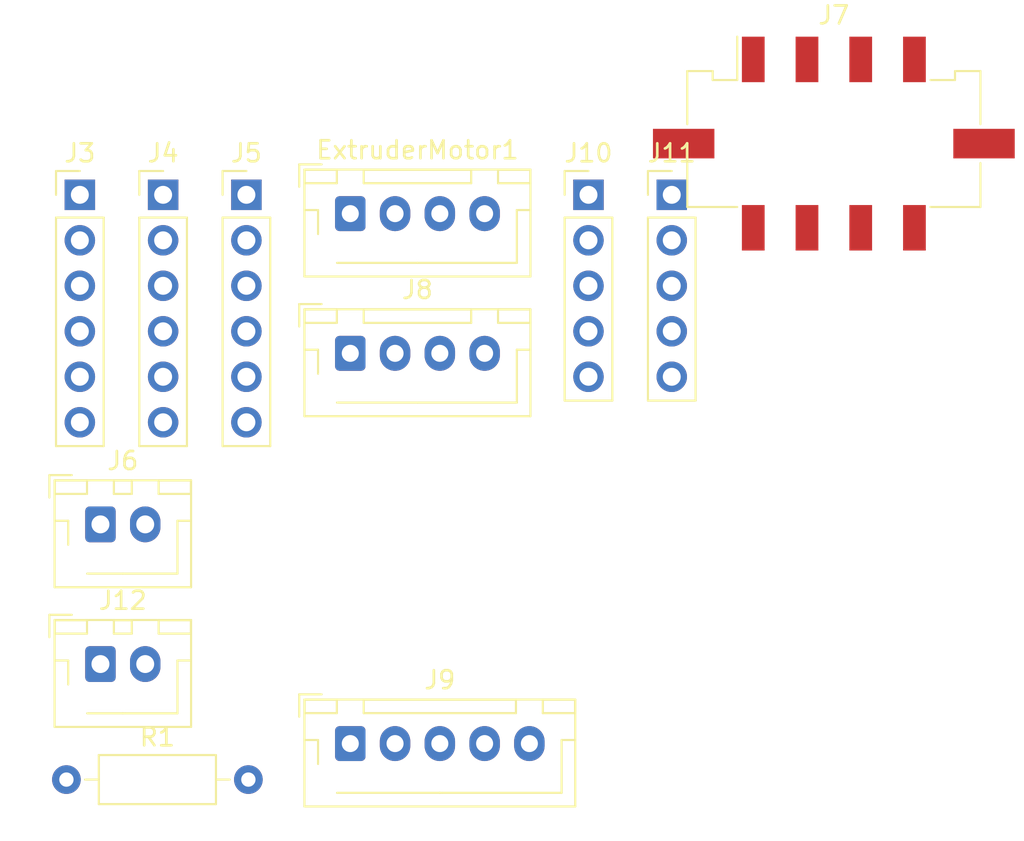
<source format=kicad_pcb>
(kicad_pcb (version 20241229) (generator "pcbnew") (generator_version "9.0")
  (layers (0 "F.Cu" signal) (2 "B.Cu" signal) (13 "F.Paste" user) (15 "B.Paste" user) (5 "F.SilkS" user "F.Silkscreen") (7 "B.SilkS" user "B.Silkscreen") (1 "F.Mask" user) (3 "B.Mask" user) (25 "Edge.Cuts" user))
  (net 0 "")
  (net 1 "/COIL-A2")
  (net 2 "/COIL-B1")
  (net 3 "/COIL-B2")
  (net 4 "/COIL-A1")
  (net 5 "/HT_CT")
  (net 6 "/SFS_SW")
  (net 7 "/BL_SV")
  (net 8 "/EXF_PWM")
  (net 9 "/BL_PR")
  (net 10 "/PCF_PWM")
  (net 11 "/THM_SG")
  (net 12 "/EXF_SG")
  (net 13 "/SFS_OP")
  (net 14 "/D-")
  (net 15 "/D+")
  (net 16 "/PCF_SG")
  (net 17 "/GND_LV")
  (net 18 "/5V")
  (net 19 "/3V3")
  (net 20 "/GND")
  (net 21 "/24v")
  (net 22 "/24V")
  (net 24 "Net-(D1-A)")
  (net 25 "Net-(D1-K)")
  (net 26 "Net-(Q1-G)")
  (footprint "Connector_PinHeader_2.54mm:PinHeader_1x05_P2.54mm_Vertical" (layer "F.Cu") (at 142.8 69.86)
    (property "Reference" "J10" (at 0 -2.33 0) (layer "F.SilkS"))
    (property "Value" "SFS")
    (fp_line (start -1.33 -1.33) (end 0 -1.33) (stroke (width 0.12)) (layer "F.SilkS"))
    (fp_line (start -1.33 0) (end -1.33 -1.33) (stroke (width 0.12)) (layer "F.SilkS"))
    (fp_line (start -1.33 1.27) (end -1.33 11.49) (stroke (width 0.12)) (layer "F.SilkS"))
    (fp_line (start -1.33 1.27) (end 1.33 1.27) (stroke (width 0.12)) (layer "F.SilkS"))
    (fp_line (start -1.33 11.49) (end 1.33 11.49) (stroke (width 0.12)) (layer "F.SilkS"))
    (fp_line (start 1.33 1.27) (end 1.33 11.49) (stroke (width 0.12)) (layer "F.SilkS"))
    (pad "1" thru_hole rect (at 0 0) (size 1.7 1.7) (drill 1) (layers "*.Cu" "*.Mask") (net 17 "/GND_LV"))
    (pad "2" thru_hole oval (at 0 2.54) (size 1.7 1.7) (drill 1) (layers "*.Cu" "*.Mask") (net 13 "/SFS_OP"))
    (pad "3" thru_hole oval (at 0 5.08) (size 1.7 1.7) (drill 1) (layers "*.Cu" "*.Mask") (net 17 "/GND_LV"))
    (pad "4" thru_hole oval (at 0 7.62) (size 1.7 1.7) (drill 1) (layers "*.Cu" "*.Mask") (net 18 "/5V"))
    (pad "5" thru_hole oval (at 0 10.16) (size 1.7 1.7) (drill 1) (layers "*.Cu" "*.Mask") (net 6 "/SFS_SW"))
  )
  (footprint "Connector_PinHeader_2.54mm:PinHeader_1x06_P2.54mm_Vertical" (layer "F.Cu") (at 119.05 69.86)
    (property "Reference" "J4" (at 0 -2.33 0) (layer "F.SilkS"))
    (property "Value" "Pico Conn2")
    (fp_line (start -1.33 -1.33) (end 0 -1.33) (stroke (width 0.12)) (layer "F.SilkS"))
    (fp_line (start -1.33 0) (end -1.33 -1.33) (stroke (width 0.12)) (layer "F.SilkS"))
    (fp_line (start -1.33 1.27) (end -1.33 14.03) (stroke (width 0.12)) (layer "F.SilkS"))
    (fp_line (start -1.33 1.27) (end 1.33 1.27) (stroke (width 0.12)) (layer "F.SilkS"))
    (fp_line (start -1.33 14.03) (end 1.33 14.03) (stroke (width 0.12)) (layer "F.SilkS"))
    (fp_line (start 1.33 1.27) (end 1.33 14.03) (stroke (width 0.12)) (layer "F.SilkS"))
    (pad "1" thru_hole rect (at 0 0) (size 1.7 1.7) (drill 1) (layers "*.Cu" "*.Mask") (net 13 "/SFS_OP"))
    (pad "2" thru_hole oval (at 0 2.54) (size 1.7 1.7) (drill 1) (layers "*.Cu" "*.Mask") (net 12 "/EXF_SG"))
    (pad "3" thru_hole oval (at 0 5.08) (size 1.7 1.7) (drill 1) (layers "*.Cu" "*.Mask") (net 16 "/PCF_SG"))
    (pad "4" thru_hole oval (at 0 7.62) (size 1.7 1.7) (drill 1) (layers "*.Cu" "*.Mask") (net 11 "/THM_SG"))
    (pad "5" thru_hole oval (at 0 10.16) (size 1.7 1.7) (drill 1) (layers "*.Cu" "*.Mask") (net 15 "/D+"))
    (pad "6" thru_hole oval (at 0 12.7) (size 1.7 1.7) (drill 1) (layers "*.Cu" "*.Mask") (net 14 "/D-"))
  )
  (footprint "Connector_JST:JST_XH_B2B-XH-AM_1x02_P2.50mm_Vertical" (layer "F.Cu") (at 115.55 96.06)
    (property "Reference" "J12" (at 1.25 -3.55 0) (layer "F.SilkS"))
    (property "Value" "Hotend")
    (fp_line (start -2.85 -2.75) (end -2.85 -1.5) (stroke (width 0.12)) (layer "F.SilkS"))
    (fp_line (start -2.56 -2.46) (end -2.56 3.51) (stroke (width 0.12)) (layer "F.SilkS"))
    (fp_line (start -2.56 3.51) (end 5.06 3.51) (stroke (width 0.12)) (layer "F.SilkS"))
    (fp_line (start -2.55 -2.45) (end -2.55 -1.7) (stroke (width 0.12)) (layer "F.SilkS"))
    (fp_line (start -2.55 -1.7) (end -0.75 -1.7) (stroke (width 0.12)) (layer "F.SilkS"))
    (fp_line (start -2.55 -0.2) (end -1.8 -0.2) (stroke (width 0.12)) (layer "F.SilkS"))
    (fp_line (start -1.8 -0.2) (end -1.8 1.14) (stroke (width 0.12)) (layer "F.SilkS"))
    (fp_line (start -1.6 -2.75) (end -2.85 -2.75) (stroke (width 0.12)) (layer "F.SilkS"))
    (fp_line (start -0.75 -2.45) (end -2.55 -2.45) (stroke (width 0.12)) (layer "F.SilkS"))
    (fp_line (start -0.75 -1.7) (end -0.75 -2.45) (stroke (width 0.12)) (layer "F.SilkS"))
    (fp_line (start 0.75 -2.45) (end 0.75 -1.7) (stroke (width 0.12)) (layer "F.SilkS"))
    (fp_line (start 0.75 -1.7) (end 1.75 -1.7) (stroke (width 0.12)) (layer "F.SilkS"))
    (fp_line (start 1.25 2.75) (end -0.74 2.75) (stroke (width 0.12)) (layer "F.SilkS"))
    (fp_line (start 1.75 -2.45) (end 0.75 -2.45) (stroke (width 0.12)) (layer "F.SilkS"))
    (fp_line (start 1.75 -1.7) (end 1.75 -2.45) (stroke (width 0.12)) (layer "F.SilkS"))
    (fp_line (start 3.25 -2.45) (end 3.25 -1.7) (stroke (width 0.12)) (layer "F.SilkS"))
    (fp_line (start 3.25 -1.7) (end 5.05 -1.7) (stroke (width 0.12)) (layer "F.SilkS"))
    (fp_line (start 4.3 -0.2) (end 4.3 2.75) (stroke (width 0.12)) (layer "F.SilkS"))
    (fp_line (start 4.3 2.75) (end 1.25 2.75) (stroke (width 0.12)) (layer "F.SilkS"))
    (fp_line (start 5.05 -2.45) (end 3.25 -2.45) (stroke (width 0.12)) (layer "F.SilkS"))
    (fp_line (start 5.05 -1.7) (end 5.05 -2.45) (stroke (width 0.12)) (layer "F.SilkS"))
    (fp_line (start 5.05 -0.2) (end 4.3 -0.2) (stroke (width 0.12)) (layer "F.SilkS"))
    (fp_line (start 5.06 -2.46) (end -2.56 -2.46) (stroke (width 0.12)) (layer "F.SilkS"))
    (fp_line (start 5.06 3.51) (end 5.06 -2.46) (stroke (width 0.12)) (layer "F.SilkS"))
    (pad "" np_thru_hole circle (at -1.6 2) (size 1.2 1.2) (drill 1.2) (layers "*.Cu" "*.Mask"))
    (pad "1" thru_hole roundrect (at 0 0) (size 1.7 2) (drill 1) (layers "*.Cu" "*.Mask") (roundrect_rratio 0.147059) (net 24 "Net-(D1-A)"))
    (pad "2" thru_hole oval (at 2.5 0) (size 1.7 2) (drill 1) (layers "*.Cu" "*.Mask") (net 25 "Net-(D1-K)"))
  )
  (footprint "Connector_JST:JST_XH_B4B-XH-AM_1x04_P2.50mm_Vertical" (layer "F.Cu") (at 129.5 70.91)
    (property "Reference" "ExtruderMotor1" (at 3.75 -3.55 0) (layer "F.SilkS"))
    (property "Value" "Conn_01x04")
    (fp_line (start -2.85 -2.75) (end -2.85 -1.5) (stroke (width 0.12)) (layer "F.SilkS"))
    (fp_line (start -2.56 -2.46) (end -2.56 3.51) (stroke (width 0.12)) (layer "F.SilkS"))
    (fp_line (start -2.56 3.51) (end 10.06 3.51) (stroke (width 0.12)) (layer "F.SilkS"))
    (fp_line (start -2.55 -2.45) (end -2.55 -1.7) (stroke (width 0.12)) (layer "F.SilkS"))
    (fp_line (start -2.55 -1.7) (end -0.75 -1.7) (stroke (width 0.12)) (layer "F.SilkS"))
    (fp_line (start -2.55 -0.2) (end -1.8 -0.2) (stroke (width 0.12)) (layer "F.SilkS"))
    (fp_line (start -1.8 -0.2) (end -1.8 1.14) (stroke (width 0.12)) (layer "F.SilkS"))
    (fp_line (start -1.6 -2.75) (end -2.85 -2.75) (stroke (width 0.12)) (layer "F.SilkS"))
    (fp_line (start -0.75 -2.45) (end -2.55 -2.45) (stroke (width 0.12)) (layer "F.SilkS"))
    (fp_line (start -0.75 -1.7) (end -0.75 -2.45) (stroke (width 0.12)) (layer "F.SilkS"))
    (fp_line (start 0.75 -2.45) (end 0.75 -1.7) (stroke (width 0.12)) (layer "F.SilkS"))
    (fp_line (start 0.75 -1.7) (end 6.75 -1.7) (stroke (width 0.12)) (layer "F.SilkS"))
    (fp_line (start 3.75 2.75) (end -0.74 2.75) (stroke (width 0.12)) (layer "F.SilkS"))
    (fp_line (start 6.75 -2.45) (end 0.75 -2.45) (stroke (width 0.12)) (layer "F.SilkS"))
    (fp_line (start 6.75 -1.7) (end 6.75 -2.45) (stroke (width 0.12)) (layer "F.SilkS"))
    (fp_line (start 8.25 -2.45) (end 8.25 -1.7) (stroke (width 0.12)) (layer "F.SilkS"))
    (fp_line (start 8.25 -1.7) (end 10.05 -1.7) (stroke (width 0.12)) (layer "F.SilkS"))
    (fp_line (start 9.3 -0.2) (end 9.3 2.75) (stroke (width 0.12)) (layer "F.SilkS"))
    (fp_line (start 9.3 2.75) (end 3.75 2.75) (stroke (width 0.12)) (layer "F.SilkS"))
    (fp_line (start 10.05 -2.45) (end 8.25 -2.45) (stroke (width 0.12)) (layer "F.SilkS"))
    (fp_line (start 10.05 -1.7) (end 10.05 -2.45) (stroke (width 0.12)) (layer "F.SilkS"))
    (fp_line (start 10.05 -0.2) (end 9.3 -0.2) (stroke (width 0.12)) (layer "F.SilkS"))
    (fp_line (start 10.06 -2.46) (end -2.56 -2.46) (stroke (width 0.12)) (layer "F.SilkS"))
    (fp_line (start 10.06 3.51) (end 10.06 -2.46) (stroke (width 0.12)) (layer "F.SilkS"))
    (pad "" np_thru_hole circle (at -1.6 2) (size 1.2 1.2) (drill 1.2) (layers "*.Cu" "*.Mask"))
    (pad "1" thru_hole roundrect (at 0 0) (size 1.7 1.95) (drill 0.95) (layers "*.Cu" "*.Mask") (roundrect_rratio 0.147059) (net 3 "/COIL-B2"))
    (pad "2" thru_hole oval (at 2.5 0) (size 1.7 1.95) (drill 0.95) (layers "*.Cu" "*.Mask") (net 2 "/COIL-B1"))
    (pad "3" thru_hole oval (at 5 0) (size 1.7 1.95) (drill 0.95) (layers "*.Cu" "*.Mask") (net 4 "/COIL-A1"))
    (pad "4" thru_hole oval (at 7.5 0) (size 1.7 1.95) (drill 0.95) (layers "*.Cu" "*.Mask") (net 1 "/COIL-A2"))
  )
  (footprint "Connector_JST:JST_XH_B4B-XH-AM_1x04_P2.50mm_Vertical" (layer "F.Cu") (at 129.5 78.71)
    (property "Reference" "J8" (at 3.75 -3.55 0) (layer "F.SilkS"))
    (property "Value" "PCF")
    (fp_line (start -2.85 -2.75) (end -2.85 -1.5) (stroke (width 0.12)) (layer "F.SilkS"))
    (fp_line (start -2.56 -2.46) (end -2.56 3.51) (stroke (width 0.12)) (layer "F.SilkS"))
    (fp_line (start -2.56 3.51) (end 10.06 3.51) (stroke (width 0.12)) (layer "F.SilkS"))
    (fp_line (start -2.55 -2.45) (end -2.55 -1.7) (stroke (width 0.12)) (layer "F.SilkS"))
    (fp_line (start -2.55 -1.7) (end -0.75 -1.7) (stroke (width 0.12)) (layer "F.SilkS"))
    (fp_line (start -2.55 -0.2) (end -1.8 -0.2) (stroke (width 0.12)) (layer "F.SilkS"))
    (fp_line (start -1.8 -0.2) (end -1.8 1.14) (stroke (width 0.12)) (layer "F.SilkS"))
    (fp_line (start -1.6 -2.75) (end -2.85 -2.75) (stroke (width 0.12)) (layer "F.SilkS"))
    (fp_line (start -0.75 -2.45) (end -2.55 -2.45) (stroke (width 0.12)) (layer "F.SilkS"))
    (fp_line (start -0.75 -1.7) (end -0.75 -2.45) (stroke (width 0.12)) (layer "F.SilkS"))
    (fp_line (start 0.75 -2.45) (end 0.75 -1.7) (stroke (width 0.12)) (layer "F.SilkS"))
    (fp_line (start 0.75 -1.7) (end 6.75 -1.7) (stroke (width 0.12)) (layer "F.SilkS"))
    (fp_line (start 3.75 2.75) (end -0.74 2.75) (stroke (width 0.12)) (layer "F.SilkS"))
    (fp_line (start 6.75 -2.45) (end 0.75 -2.45) (stroke (width 0.12)) (layer "F.SilkS"))
    (fp_line (start 6.75 -1.7) (end 6.75 -2.45) (stroke (width 0.12)) (layer "F.SilkS"))
    (fp_line (start 8.25 -2.45) (end 8.25 -1.7) (stroke (width 0.12)) (layer "F.SilkS"))
    (fp_line (start 8.25 -1.7) (end 10.05 -1.7) (stroke (width 0.12)) (layer "F.SilkS"))
    (fp_line (start 9.3 -0.2) (end 9.3 2.75) (stroke (width 0.12)) (layer "F.SilkS"))
    (fp_line (start 9.3 2.75) (end 3.75 2.75) (stroke (width 0.12)) (layer "F.SilkS"))
    (fp_line (start 10.05 -2.45) (end 8.25 -2.45) (stroke (width 0.12)) (layer "F.SilkS"))
    (fp_line (start 10.05 -1.7) (end 10.05 -2.45) (stroke (width 0.12)) (layer "F.SilkS"))
    (fp_line (start 10.05 -0.2) (end 9.3 -0.2) (stroke (width 0.12)) (layer "F.SilkS"))
    (fp_line (start 10.06 -2.46) (end -2.56 -2.46) (stroke (width 0.12)) (layer "F.SilkS"))
    (fp_line (start 10.06 3.51) (end 10.06 -2.46) (stroke (width 0.12)) (layer "F.SilkS"))
    (pad "" np_thru_hole circle (at -1.6 2) (size 1.2 1.2) (drill 1.2) (layers "*.Cu" "*.Mask"))
    (pad "1" thru_hole roundrect (at 0 0) (size 1.7 1.95) (drill 0.95) (layers "*.Cu" "*.Mask") (roundrect_rratio 0.147059) (net 20 "/GND"))
    (pad "2" thru_hole oval (at 2.5 0) (size 1.7 1.95) (drill 0.95) (layers "*.Cu" "*.Mask") (net 22 "/24V"))
    (pad "3" thru_hole oval (at 5 0) (size 1.7 1.95) (drill 0.95) (layers "*.Cu" "*.Mask") (net 16 "/PCF_SG"))
    (pad "4" thru_hole oval (at 7.5 0) (size 1.7 1.95) (drill 0.95) (layers "*.Cu" "*.Mask") (net 8 "/EXF_PWM"))
  )
  (footprint "Connector_PinHeader_2.54mm:PinHeader_1x05_P2.54mm_Vertical" (layer "F.Cu") (at 147.45 69.86)
    (property "Reference" "J11" (at 0 -2.33 0) (layer "F.SilkS"))
    (property "Value" "Probe")
    (fp_line (start -1.33 -1.33) (end 0 -1.33) (stroke (width 0.12)) (layer "F.SilkS"))
    (fp_line (start -1.33 0) (end -1.33 -1.33) (stroke (width 0.12)) (layer "F.SilkS"))
    (fp_line (start -1.33 1.27) (end -1.33 11.49) (stroke (width 0.12)) (layer "F.SilkS"))
    (fp_line (start -1.33 1.27) (end 1.33 1.27) (stroke (width 0.12)) (layer "F.SilkS"))
    (fp_line (start -1.33 11.49) (end 1.33 11.49) (stroke (width 0.12)) (layer "F.SilkS"))
    (fp_line (start 1.33 1.27) (end 1.33 11.49) (stroke (width 0.12)) (layer "F.SilkS"))
    (pad "1" thru_hole rect (at 0 0) (size 1.7 1.7) (drill 1) (layers "*.Cu" "*.Mask") (net 17 "/GND_LV"))
    (pad "2" thru_hole oval (at 0 2.54) (size 1.7 1.7) (drill 1) (layers "*.Cu" "*.Mask") (net 18 "/5V"))
    (pad "3" thru_hole oval (at 0 5.08) (size 1.7 1.7) (drill 1) (layers "*.Cu" "*.Mask") (net 7 "/BL_SV"))
    (pad "4" thru_hole oval (at 0 7.62) (size 1.7 1.7) (drill 1) (layers "*.Cu" "*.Mask") (net 17 "/GND_LV"))
    (pad "5" thru_hole oval (at 0 10.16) (size 1.7 1.7) (drill 1) (layers "*.Cu" "*.Mask") (net 9 "/BL_PR"))
  )
  (footprint "Connector_PinHeader_2.54mm:PinHeader_1x06_P2.54mm_Vertical" (layer "F.Cu") (at 114.4 69.86)
    (property "Reference" "J3" (at 0 -2.33 0) (layer "F.SilkS"))
    (property "Value" "Pico Conn1")
    (fp_line (start -1.33 -1.33) (end 0 -1.33) (stroke (width 0.12)) (layer "F.SilkS"))
    (fp_line (start -1.33 0) (end -1.33 -1.33) (stroke (width 0.12)) (layer "F.SilkS"))
    (fp_line (start -1.33 1.27) (end -1.33 14.03) (stroke (width 0.12)) (layer "F.SilkS"))
    (fp_line (start -1.33 1.27) (end 1.33 1.27) (stroke (width 0.12)) (layer "F.SilkS"))
    (fp_line (start -1.33 14.03) (end 1.33 14.03) (stroke (width 0.12)) (layer "F.SilkS"))
    (fp_line (start 1.33 1.27) (end 1.33 14.03) (stroke (width 0.12)) (layer "F.SilkS"))
    (pad "1" thru_hole rect (at 0 0) (size 1.7 1.7) (drill 1) (layers "*.Cu" "*.Mask") (net 6 "/SFS_SW"))
    (pad "2" thru_hole oval (at 0 2.54) (size 1.7 1.7) (drill 1) (layers "*.Cu" "*.Mask") (net 5 "/HT_CT"))
    (pad "3" thru_hole oval (at 0 5.08) (size 1.7 1.7) (drill 1) (layers "*.Cu" "*.Mask") (net 9 "/BL_PR"))
    (pad "4" thru_hole oval (at 0 7.62) (size 1.7 1.7) (drill 1) (layers "*.Cu" "*.Mask") (net 7 "/BL_SV"))
    (pad "5" thru_hole oval (at 0 10.16) (size 1.7 1.7) (drill 1) (layers "*.Cu" "*.Mask") (net 10 "/PCF_PWM"))
    (pad "6" thru_hole oval (at 0 12.7) (size 1.7 1.7) (drill 1) (layers "*.Cu" "*.Mask") (net 8 "/EXF_PWM"))
  )
  (footprint "Resistor_THT:R_Axial_DIN0207_L6.3mm_D2.5mm_P10.16mm_Horizontal" (layer "F.Cu") (at 113.65 102.51)
    (property "Reference" "R1" (at 5.08 -2.37 0) (layer "F.SilkS"))
    (property "Value" "10kO")
    (fp_line (start 1.04 0) (end 1.81 0) (stroke (width 0.12)) (layer "F.SilkS"))
    (fp_line (start 1.81 -1.37) (end 1.81 1.37) (stroke (width 0.12)) (layer "F.SilkS"))
    (fp_line (start 1.81 1.37) (end 8.35 1.37) (stroke (width 0.12)) (layer "F.SilkS"))
    (fp_line (start 8.35 -1.37) (end 1.81 -1.37) (stroke (width 0.12)) (layer "F.SilkS"))
    (fp_line (start 8.35 1.37) (end 8.35 -1.37) (stroke (width 0.12)) (layer "F.SilkS"))
    (fp_line (start 9.12 0) (end 8.35 0) (stroke (width 0.12)) (layer "F.SilkS"))
    (pad "1" thru_hole circle (at 0 0) (size 1.6 1.6) (drill 0.8) (layers "*.Cu" "*.Mask") (net 5 "/HT_CT"))
    (pad "2" thru_hole oval (at 10.16 0) (size 1.6 1.6) (drill 0.8) (layers "*.Cu" "*.Mask") (net 26 "Net-(Q1-G)"))
  )
  (footprint "Connector_JST:JST_XH_B2B-XH-AM_1x02_P2.50mm_Vertical" (layer "F.Cu") (at 115.55 88.26)
    (property "Reference" "J6" (at 1.25 -3.55 0) (layer "F.SilkS"))
    (property "Value" "Thermister")
    (fp_line (start -2.85 -2.75) (end -2.85 -1.5) (stroke (width 0.12)) (layer "F.SilkS"))
    (fp_line (start -2.56 -2.46) (end -2.56 3.51) (stroke (width 0.12)) (layer "F.SilkS"))
    (fp_line (start -2.56 3.51) (end 5.06 3.51) (stroke (width 0.12)) (layer "F.SilkS"))
    (fp_line (start -2.55 -2.45) (end -2.55 -1.7) (stroke (width 0.12)) (layer "F.SilkS"))
    (fp_line (start -2.55 -1.7) (end -0.75 -1.7) (stroke (width 0.12)) (layer "F.SilkS"))
    (fp_line (start -2.55 -0.2) (end -1.8 -0.2) (stroke (width 0.12)) (layer "F.SilkS"))
    (fp_line (start -1.8 -0.2) (end -1.8 1.14) (stroke (width 0.12)) (layer "F.SilkS"))
    (fp_line (start -1.6 -2.75) (end -2.85 -2.75) (stroke (width 0.12)) (layer "F.SilkS"))
    (fp_line (start -0.75 -2.45) (end -2.55 -2.45) (stroke (width 0.12)) (layer "F.SilkS"))
    (fp_line (start -0.75 -1.7) (end -0.75 -2.45) (stroke (width 0.12)) (layer "F.SilkS"))
    (fp_line (start 0.75 -2.45) (end 0.75 -1.7) (stroke (width 0.12)) (layer "F.SilkS"))
    (fp_line (start 0.75 -1.7) (end 1.75 -1.7) (stroke (width 0.12)) (layer "F.SilkS"))
    (fp_line (start 1.25 2.75) (end -0.74 2.75) (stroke (width 0.12)) (layer "F.SilkS"))
    (fp_line (start 1.75 -2.45) (end 0.75 -2.45) (stroke (width 0.12)) (layer "F.SilkS"))
    (fp_line (start 1.75 -1.7) (end 1.75 -2.45) (stroke (width 0.12)) (layer "F.SilkS"))
    (fp_line (start 3.25 -2.45) (end 3.25 -1.7) (stroke (width 0.12)) (layer "F.SilkS"))
    (fp_line (start 3.25 -1.7) (end 5.05 -1.7) (stroke (width 0.12)) (layer "F.SilkS"))
    (fp_line (start 4.3 -0.2) (end 4.3 2.75) (stroke (width 0.12)) (layer "F.SilkS"))
    (fp_line (start 4.3 2.75) (end 1.25 2.75) (stroke (width 0.12)) (layer "F.SilkS"))
    (fp_line (start 5.05 -2.45) (end 3.25 -2.45) (stroke (width 0.12)) (layer "F.SilkS"))
    (fp_line (start 5.05 -1.7) (end 5.05 -2.45) (stroke (width 0.12)) (layer "F.SilkS"))
    (fp_line (start 5.05 -0.2) (end 4.3 -0.2) (stroke (width 0.12)) (layer "F.SilkS"))
    (fp_line (start 5.06 -2.46) (end -2.56 -2.46) (stroke (width 0.12)) (layer "F.SilkS"))
    (fp_line (start 5.06 3.51) (end 5.06 -2.46) (stroke (width 0.12)) (layer "F.SilkS"))
    (pad "" np_thru_hole circle (at -1.6 2) (size 1.2 1.2) (drill 1.2) (layers "*.Cu" "*.Mask"))
    (pad "1" thru_hole roundrect (at 0 0) (size 1.7 2) (drill 1) (layers "*.Cu" "*.Mask") (roundrect_rratio 0.147059) (net 19 "/3V3"))
    (pad "2" thru_hole oval (at 2.5 0) (size 1.7 2) (drill 1) (layers "*.Cu" "*.Mask") (net 11 "/THM_SG"))
  )
  (footprint "Connector_PinHeader_2.54mm:PinHeader_1x06_P2.54mm_Vertical" (layer "F.Cu") (at 123.7 69.86)
    (property "Reference" "J5" (at 0 -2.33 0) (layer "F.SilkS"))
    (property "Value" "Pico Conn3")
    (fp_line (start -1.33 -1.33) (end 0 -1.33) (stroke (width 0.12)) (layer "F.SilkS"))
    (fp_line (start -1.33 0) (end -1.33 -1.33) (stroke (width 0.12)) (layer "F.SilkS"))
    (fp_line (start -1.33 1.27) (end -1.33 14.03) (stroke (width 0.12)) (layer "F.SilkS"))
    (fp_line (start -1.33 1.27) (end 1.33 1.27) (stroke (width 0.12)) (layer "F.SilkS"))
    (fp_line (start -1.33 14.03) (end 1.33 14.03) (stroke (width 0.12)) (layer "F.SilkS"))
    (fp_line (start 1.33 1.27) (end 1.33 14.03) (stroke (width 0.12)) (layer "F.SilkS"))
    (pad "1" thru_hole rect (at 0 0) (size 1.7 1.7) (drill 1) (layers "*.Cu" "*.Mask") (net 17 "/GND_LV"))
    (pad "2" thru_hole oval (at 0 2.54) (size 1.7 1.7) (drill 1) (layers "*.Cu" "*.Mask") (net 17 "/GND_LV"))
    (pad "3" thru_hole oval (at 0 5.08) (size 1.7 1.7) (drill 1) (layers "*.Cu" "*.Mask") (net 19 "/3V3"))
    (pad "4" thru_hole oval (at 0 7.62) (size 1.7 1.7) (drill 1) (layers "*.Cu" "*.Mask") (net 18 "/5V"))
    (pad "5" thru_hole oval (at 0 10.16) (size 1.7 1.7) (drill 1) (layers "*.Cu" "*.Mask") (net 17 "/GND_LV"))
    (pad "6" thru_hole oval (at 0 12.7) (size 1.7 1.7) (drill 1) (layers "*.Cu" "*.Mask") (net 17 "/GND_LV"))
  )
  (footprint "Connector_JST:JST_XH_B5B-XH-AM_1x05_P2.50mm_Vertical" (layer "F.Cu") (at 129.5 100.5)
    (property "Reference" "J9" (at 5 -3.55 0) (layer "F.SilkS"))
    (property "Value" "EXF")
    (fp_line (start -2.85 -2.75) (end -2.85 -1.5) (stroke (width 0.12)) (layer "F.SilkS"))
    (fp_line (start -2.56 -2.46) (end -2.56 3.51) (stroke (width 0.12)) (layer "F.SilkS"))
    (fp_line (start -2.56 3.51) (end 12.56 3.51) (stroke (width 0.12)) (layer "F.SilkS"))
    (fp_line (start -2.55 -2.45) (end -2.55 -1.7) (stroke (width 0.12)) (layer "F.SilkS"))
    (fp_line (start -2.55 -1.7) (end -0.75 -1.7) (stroke (width 0.12)) (layer "F.SilkS"))
    (fp_line (start -2.55 -0.2) (end -1.8 -0.2) (stroke (width 0.12)) (layer "F.SilkS"))
    (fp_line (start -1.8 -0.2) (end -1.8 1.14) (stroke (width 0.12)) (layer "F.SilkS"))
    (fp_line (start -1.6 -2.75) (end -2.85 -2.75) (stroke (width 0.12)) (layer "F.SilkS"))
    (fp_line (start -0.75 -2.45) (end -2.55 -2.45) (stroke (width 0.12)) (layer "F.SilkS"))
    (fp_line (start -0.75 -1.7) (end -0.75 -2.45) (stroke (width 0.12)) (layer "F.SilkS"))
    (fp_line (start 0.75 -2.45) (end 0.75 -1.7) (stroke (width 0.12)) (layer "F.SilkS"))
    (fp_line (start 0.75 -1.7) (end 9.25 -1.7) (stroke (width 0.12)) (layer "F.SilkS"))
    (fp_line (start 5 2.75) (end -0.74 2.75) (stroke (width 0.12)) (layer "F.SilkS"))
    (fp_line (start 9.25 -2.45) (end 0.75 -2.45) (stroke (width 0.12)) (layer "F.SilkS"))
    (fp_line (start 9.25 -1.7) (end 9.25 -2.45) (stroke (width 0.12)) (layer "F.SilkS"))
    (fp_line (start 10.75 -2.45) (end 10.75 -1.7) (stroke (width 0.12)) (layer "F.SilkS"))
    (fp_line (start 10.75 -1.7) (end 12.55 -1.7) (stroke (width 0.12)) (layer "F.SilkS"))
    (fp_line (start 11.8 -0.2) (end 11.8 2.75) (stroke (width 0.12)) (layer "F.SilkS"))
    (fp_line (start 11.8 2.75) (end 5 2.75) (stroke (width 0.12)) (layer "F.SilkS"))
    (fp_line (start 12.55 -2.45) (end 10.75 -2.45) (stroke (width 0.12)) (layer "F.SilkS"))
    (fp_line (start 12.55 -1.7) (end 12.55 -2.45) (stroke (width 0.12)) (layer "F.SilkS"))
    (fp_line (start 12.55 -0.2) (end 11.8 -0.2) (stroke (width 0.12)) (layer "F.SilkS"))
    (fp_line (start 12.56 -2.46) (end -2.56 -2.46) (stroke (width 0.12)) (layer "F.SilkS"))
    (fp_line (start 12.56 3.51) (end 12.56 -2.46) (stroke (width 0.12)) (layer "F.SilkS"))
    (pad "" np_thru_hole circle (at -1.6 2) (size 1.2 1.2) (drill 1.2) (layers "*.Cu" "*.Mask"))
    (pad "1" thru_hole roundrect (at 0 0) (size 1.7 1.95) (drill 0.95) (layers "*.Cu" "*.Mask") (roundrect_rratio 0.147059))
    (pad "2" thru_hole oval (at 2.5 0) (size 1.7 1.95) (drill 0.95) (layers "*.Cu" "*.Mask") (net 17 "/GND_LV"))
    (pad "3" thru_hole oval (at 5 0) (size 1.7 1.95) (drill 0.95) (layers "*.Cu" "*.Mask") (net 18 "/5V"))
    (pad "4" thru_hole oval (at 7.5 0) (size 1.7 1.95) (drill 0.95) (layers "*.Cu" "*.Mask") (net 12 "/EXF_SG"))
    (pad "5" thru_hole oval (at 10 0) (size 1.7 1.95) (drill 0.95) (layers "*.Cu" "*.Mask") (net 8 "/EXF_PWM"))
  )
  (footprint "Connector_Molex:Molex_Micro-Fit_3.0_43045-0818_2x04-1MP_P3.00mm_Vertical" (layer "F.Cu") (at 156.5 67)
    (property "Reference" "J7" (at 0 -7.17 0) (layer "F.SilkS"))
    (property "Value" "Conn_02x04_Odd_Even")
    (fp_line (start -8.185 -4.05) (end -6.765 -4.05) (stroke (width 0.12)) (layer "F.SilkS"))
    (fp_line (start -8.185 -1.085) (end -8.185 -4.05) (stroke (width 0.12)) (layer "F.SilkS"))
    (fp_line (start -8.185 1.085) (end -8.185 3.54) (stroke (width 0.12)) (layer "F.SilkS"))
    (fp_line (start -8.185 3.54) (end -5.395 3.54) (stroke (width 0.12)) (layer "F.SilkS"))
    (fp_line (start -6.765 -4.05) (end -6.765 -3.55) (stroke (width 0.12)) (layer "F.SilkS"))
    (fp_line (start -6.765 -3.55) (end -5.395 -3.55) (stroke (width 0.12)) (layer "F.SilkS"))
    (fp_line (start -5.395 -3.55) (end -5.395 -5.97) (stroke (width 0.12)) (layer "F.SilkS"))
    (fp_line (start 6.765 -4.05) (end 6.765 -3.55) (stroke (width 0.12)) (layer "F.SilkS"))
    (fp_line (start 6.765 -3.55) (end 5.395 -3.55) (stroke (width 0.12)) (layer "F.SilkS"))
    (fp_line (start 8.185 -4.05) (end 6.765 -4.05) (stroke (width 0.12)) (layer "F.SilkS"))
    (fp_line (start 8.185 -1.085) (end 8.185 -4.05) (stroke (width 0.12)) (layer "F.SilkS"))
    (fp_line (start 8.185 1.085) (end 8.185 3.54) (stroke (width 0.12)) (layer "F.SilkS"))
    (fp_line (start 8.185 3.54) (end 5.395 3.54) (stroke (width 0.12)) (layer "F.SilkS"))
    (pad "1" smd rect (at -4.5 -4.7) (size 1.27 2.54) (layers "F.Cu" "F.Mask" "F.Paste") (net 21 "/24v"))
    (pad "2" smd rect (at -1.5 -4.7) (size 1.27 2.54) (layers "F.Cu" "F.Mask" "F.Paste") (net 1 "/COIL-A2"))
    (pad "3" smd rect (at 1.5 -4.7) (size 1.27 2.54) (layers "F.Cu" "F.Mask" "F.Paste") (net 20 "/GND"))
    (pad "4" smd rect (at 4.5 -4.7) (size 1.27 2.54) (layers "F.Cu" "F.Mask" "F.Paste") (net 4 "/COIL-A1"))
    (pad "5" smd rect (at -4.5 4.7) (size 1.27 2.54) (layers "F.Cu" "F.Mask" "F.Paste") (net 15 "/D+"))
    (pad "6" smd rect (at -1.5 4.7) (size 1.27 2.54) (layers "F.Cu" "F.Mask" "F.Paste") (net 2 "/COIL-B1"))
    (pad "7" smd rect (at 1.5 4.7) (size 1.27 2.54) (layers "F.Cu" "F.Mask" "F.Paste") (net 14 "/D-"))
    (pad "8" smd rect (at 4.5 4.7) (size 1.27 2.54) (layers "F.Cu" "F.Mask" "F.Paste") (net 3 "/COIL-B2"))
    (pad "MP" smd rect (at -8.385 0) (size 3.43 1.65) (layers "F.Cu" "F.Mask" "F.Paste"))
    (pad "MP" smd rect (at 8.385 0) (size 3.43 1.65) (layers "F.Cu" "F.Mask" "F.Paste"))
  )
)
</source>
